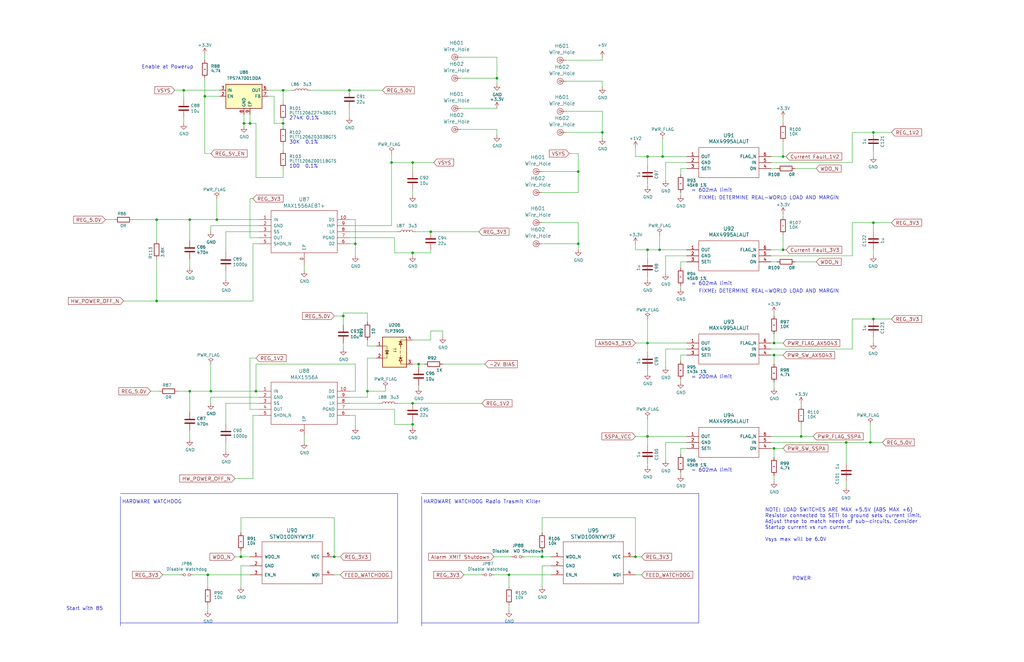
<source format=kicad_sch>
(kicad_sch (version 20230121) (generator eeschema)
  (paper "USLedger")
  (title_block (title "Radiation Tolerant PacSat Communication") (date "2023-06-17") (rev "A") (company "AMSAT-NA") (comment 1 "N5BRG"))
  (junction (at 181.61 97.79))
  (junction (at 228.6 234.95))
  (junction (at 101.6 234.95))
  (junction (at 147.32 38.1))
  (junction (at 140.97 234.95))
  (junction (at 326.39 144.78))
  (junction (at 254 55.88))
  (junction (at 279.4 66.04))
  (junction (at 86.36 40.64))
  (junction (at 173.99 106.68))
  (junction (at 77.47 38.1))
  (junction (at 278.13 105.41))
  (junction (at 66.04 127))
  (junction (at 80.01 165.1))
  (junction (at 267.97 234.95))
  (junction (at 273.05 184.15))
  (junction (at 368.3 134.62))
  (junction (at 88.9 165.1))
  (junction (at 243.84 72.39))
  (junction (at 119.38 52.07))
  (junction (at 102.87 52.07))
  (junction (at 119.38 38.1))
  (junction (at 144.78 133.35))
  (junction (at 149.86 102.87))
  (junction (at 330.2 105.41))
  (junction (at 214.63 242.57))
  (junction (at 105.41 52.07))
  (junction (at 154.94 165.1))
  (junction (at 165.1 68.58))
  (junction (at 173.99 179.07))
  (junction (at 337.82 184.15))
  (junction (at 356.87 186.69))
  (junction (at 330.2 66.04))
  (junction (at 87.63 242.57))
  (junction (at 80.01 92.71))
  (junction (at 368.3 55.88))
  (junction (at 107.95 165.1))
  (junction (at 91.44 92.71))
  (junction (at 173.99 170.18))
  (junction (at 243.84 102.87))
  (junction (at 173.99 68.58))
  (junction (at 273.05 105.41))
  (junction (at 326.39 149.86))
  (junction (at 209.55 33.02))
  (junction (at 66.04 92.71))
  (junction (at 273.05 66.04))
  (junction (at 367.03 186.69))
  (junction (at 368.3 93.98))
  (junction (at 273.05 144.78))
  (junction (at 326.39 189.23))
  (junction (at 176.53 153.67))
  (wire (pts (xy 287.02 81.28) (xy 287.02 82.55)))
  (wire (pts (xy 273.05 176.53) (xy 273.05 184.15)))
  (wire (pts (xy 147.32 172.72) (xy 166.37 172.72)))
  (wire (pts (xy 220.98 234.95) (xy 228.6 234.95)))
  (wire (pts (xy 194.31 54.61) (xy 209.55 54.61)))
  (wire (pts (xy 330.2 66.04) (xy 331.47 66.04)))
  (wire (pts (xy 273.05 156.21) (xy 273.05 157.48)))
  (wire (pts (xy 181.61 143.51) (xy 181.61 139.7)))
  (wire (pts (xy 243.84 64.77) (xy 240.03 64.77)))
  (polyline (pts (xy 50.8 208.28) (xy 167.64 208.28)))
  (wire (pts (xy 107.95 74.93) (xy 119.38 74.93)))
  (wire (pts (xy 95.25 97.79) (xy 95.25 106.68)))
  (wire (pts (xy 186.69 139.7) (xy 186.69 142.24)))
  (wire (pts (xy 359.41 107.95) (xy 359.41 93.98)))
  (wire (pts (xy 119.38 52.07) (xy 119.38 53.34)))
  (wire (pts (xy 359.41 68.58) (xy 359.41 55.88)))
  (wire (pts (xy 166.37 172.72) (xy 166.37 179.07)))
  (wire (pts (xy 66.04 109.22) (xy 66.04 127)))
  (polyline (pts (xy 167.64 262.89) (xy 50.8 262.89)))
  (wire (pts (xy 176.53 153.67) (xy 179.07 153.67)))
  (wire (pts (xy 105.41 100.33) (xy 109.22 100.33)))
  (wire (pts (xy 359.41 134.62) (xy 359.41 147.32)))
  (wire (pts (xy 273.05 184.15) (xy 289.56 184.15)))
  (wire (pts (xy 330.2 49.53) (xy 330.2 52.07)))
  (wire (pts (xy 368.3 93.98) (xy 375.92 93.98)))
  (wire (pts (xy 176.53 153.67) (xy 176.53 154.94)))
  (wire (pts (xy 95.25 114.3) (xy 95.25 118.11)))
  (polyline (pts (xy 294.64 262.89) (xy 177.8 262.89)))
  (wire (pts (xy 154.94 143.51) (xy 154.94 146.05)))
  (wire (pts (xy 77.47 49.53) (xy 77.47 52.07)))
  (wire (pts (xy 228.6 234.95) (xy 232.41 234.95)))
  (wire (pts (xy 144.78 132.08) (xy 144.78 133.35)))
  (wire (pts (xy 337.82 170.18) (xy 337.82 171.45)))
  (wire (pts (xy 115.57 52.07) (xy 119.38 52.07)))
  (wire (pts (xy 287.02 152.4) (xy 287.02 149.86)))
  (wire (pts (xy 81.28 242.57) (xy 87.63 242.57)))
  (wire (pts (xy 115.57 40.64) (xy 115.57 52.07)))
  (wire (pts (xy 147.32 165.1) (xy 149.86 165.1)))
  (wire (pts (xy 99.06 234.95) (xy 101.6 234.95)))
  (wire (pts (xy 279.4 66.04) (xy 289.56 66.04)))
  (wire (pts (xy 105.41 238.76) (xy 101.6 238.76)))
  (wire (pts (xy 335.28 71.12) (xy 344.17 71.12)))
  (wire (pts (xy 119.38 60.96) (xy 119.38 63.5)))
  (wire (pts (xy 101.6 234.95) (xy 105.41 234.95)))
  (wire (pts (xy 181.61 106.68) (xy 173.99 106.68)))
  (wire (pts (xy 109.22 97.79) (xy 95.25 97.79)))
  (wire (pts (xy 209.55 54.61) (xy 209.55 57.15)))
  (wire (pts (xy 368.3 66.04) (xy 368.3 63.5)))
  (wire (pts (xy 140.97 234.95) (xy 143.51 234.95)))
  (wire (pts (xy 44.45 92.71) (xy 48.26 92.71)))
  (wire (pts (xy 109.22 175.26) (xy 106.68 175.26)))
  (wire (pts (xy 368.3 105.41) (xy 368.3 107.95)))
  (wire (pts (xy 273.05 109.22) (xy 273.05 105.41)))
  (wire (pts (xy 254 46.99) (xy 254 55.88)))
  (wire (pts (xy 86.36 40.64) (xy 92.71 40.64)))
  (wire (pts (xy 356.87 186.69) (xy 367.03 186.69)))
  (wire (pts (xy 325.12 66.04) (xy 330.2 66.04)))
  (wire (pts (xy 337.82 184.15) (xy 342.9 184.15)))
  (wire (pts (xy 287.02 191.77) (xy 287.02 189.23)))
  (wire (pts (xy 326.39 200.66) (xy 326.39 203.2)))
  (wire (pts (xy 106.68 201.93) (xy 106.68 175.26)))
  (wire (pts (xy 105.41 48.26) (xy 105.41 52.07)))
  (wire (pts (xy 173.99 80.01) (xy 173.99 82.55)))
  (wire (pts (xy 267.97 62.23) (xy 267.97 66.04)))
  (wire (pts (xy 181.61 105.41) (xy 181.61 106.68)))
  (wire (pts (xy 113.03 40.64) (xy 115.57 40.64)))
  (wire (pts (xy 368.3 55.88) (xy 375.92 55.88)))
  (wire (pts (xy 119.38 50.8) (xy 119.38 52.07)))
  (wire (pts (xy 102.87 52.07) (xy 102.87 53.34)))
  (wire (pts (xy 176.53 162.56) (xy 176.53 163.83)))
  (wire (pts (xy 182.88 68.58) (xy 173.99 68.58)))
  (wire (pts (xy 326.39 144.78) (xy 325.12 144.78)))
  (wire (pts (xy 273.05 148.59) (xy 273.05 144.78)))
  (wire (pts (xy 107.95 74.93) (xy 107.95 52.07)))
  (wire (pts (xy 278.13 105.41) (xy 289.56 105.41)))
  (wire (pts (xy 109.22 167.64) (xy 88.9 167.64)))
  (wire (pts (xy 273.05 134.62) (xy 273.05 144.78)))
  (wire (pts (xy 77.47 38.1) (xy 92.71 38.1)))
  (wire (pts (xy 149.86 102.87) (xy 149.86 107.95)))
  (wire (pts (xy 208.28 242.57) (xy 214.63 242.57)))
  (wire (pts (xy 144.78 132.08) (xy 154.94 132.08)))
  (wire (pts (xy 287.02 199.39) (xy 287.02 200.66)))
  (wire (pts (xy 186.69 153.67) (xy 204.47 153.67)))
  (wire (pts (xy 273.05 69.85) (xy 273.05 66.04)))
  (wire (pts (xy 77.47 41.91) (xy 77.47 38.1)))
  (wire (pts (xy 243.84 102.87) (xy 243.84 105.41)))
  (wire (pts (xy 326.39 132.08) (xy 326.39 133.35)))
  (wire (pts (xy 101.6 218.44) (xy 140.97 218.44)))
  (wire (pts (xy 368.3 134.62) (xy 375.92 134.62)))
  (polyline (pts (xy 177.8 208.28) (xy 294.64 208.28)))
  (wire (pts (xy 330.2 66.04) (xy 330.2 59.69)))
  (wire (pts (xy 95.25 186.69) (xy 95.25 190.5)))
  (wire (pts (xy 325.12 184.15) (xy 337.82 184.15)))
  (wire (pts (xy 173.99 72.39) (xy 173.99 68.58)))
  (wire (pts (xy 273.05 195.58) (xy 273.05 196.85)))
  (wire (pts (xy 149.86 92.71) (xy 149.86 102.87)))
  (wire (pts (xy 80.01 165.1) (xy 88.9 165.1)))
  (wire (pts (xy 173.99 143.51) (xy 181.61 143.51)))
  (wire (pts (xy 86.36 22.86) (xy 86.36 25.4)))
  (wire (pts (xy 326.39 149.86) (xy 326.39 153.67)))
  (wire (pts (xy 173.99 179.07) (xy 173.99 180.34)))
  (wire (pts (xy 106.68 102.87) (xy 109.22 102.87)))
  (wire (pts (xy 356.87 195.58) (xy 356.87 186.69)))
  (wire (pts (xy 66.04 92.71) (xy 66.04 101.6)))
  (wire (pts (xy 273.05 144.78) (xy 289.56 144.78)))
  (wire (pts (xy 80.01 92.71) (xy 80.01 101.6)))
  (wire (pts (xy 287.02 160.02) (xy 287.02 161.29)))
  (wire (pts (xy 144.78 144.78) (xy 144.78 147.32)))
  (wire (pts (xy 130.81 38.1) (xy 147.32 38.1)))
  (wire (pts (xy 287.02 73.66) (xy 287.02 71.12)))
  (wire (pts (xy 165.1 95.25) (xy 165.1 68.58)))
  (wire (pts (xy 95.25 170.18) (xy 95.25 179.07)))
  (wire (pts (xy 162.56 163.83) (xy 162.56 165.1)))
  (wire (pts (xy 76.2 242.57) (xy 68.58 242.57)))
  (wire (pts (xy 88.9 165.1) (xy 107.95 165.1)))
  (wire (pts (xy 326.39 161.29) (xy 326.39 163.83)))
  (wire (pts (xy 147.32 102.87) (xy 149.86 102.87)))
  (wire (pts (xy 87.63 255.27) (xy 87.63 257.81)))
  (wire (pts (xy 267.97 66.04) (xy 273.05 66.04)))
  (wire (pts (xy 209.55 24.13) (xy 209.55 33.02)))
  (wire (pts (xy 267.97 218.44) (xy 267.97 234.95)))
  (wire (pts (xy 105.41 151.13) (xy 107.95 151.13)))
  (wire (pts (xy 173.99 153.67) (xy 176.53 153.67)))
  (wire (pts (xy 287.02 110.49) (xy 289.56 110.49)))
  (wire (pts (xy 105.41 52.07) (xy 107.95 52.07)))
  (wire (pts (xy 119.38 71.12) (xy 119.38 74.93)))
  (wire (pts (xy 368.3 144.78) (xy 368.3 142.24)))
  (wire (pts (xy 154.94 151.13) (xy 154.94 165.1)))
  (wire (pts (xy 102.87 48.26) (xy 102.87 52.07)))
  (wire (pts (xy 167.64 170.18) (xy 173.99 170.18)))
  (wire (pts (xy 113.03 38.1) (xy 119.38 38.1)))
  (wire (pts (xy 330.2 105.41) (xy 331.47 105.41)))
  (wire (pts (xy 107.95 153.67) (xy 107.95 165.1)))
  (wire (pts (xy 147.32 45.72) (xy 147.32 49.53)))
  (wire (pts (xy 86.36 33.02) (xy 86.36 40.64)))
  (wire (pts (xy 289.56 68.58) (xy 280.67 68.58)))
  (wire (pts (xy 273.05 105.41) (xy 278.13 105.41)))
  (wire (pts (xy 128.27 184.15) (xy 128.27 186.69)))
  (wire (pts (xy 173.99 177.8) (xy 173.99 179.07)))
  (wire (pts (xy 106.68 127) (xy 106.68 102.87)))
  (wire (pts (xy 267.97 184.15) (xy 273.05 184.15)))
  (wire (pts (xy 149.86 175.26) (xy 149.86 180.34)))
  (wire (pts (xy 238.76 55.88) (xy 254 55.88)))
  (wire (pts (xy 228.6 238.76) (xy 228.6 247.65)))
  (wire (pts (xy 80.01 109.22) (xy 80.01 113.03)))
  (wire (pts (xy 74.93 165.1) (xy 80.01 165.1)))
  (wire (pts (xy 287.02 71.12) (xy 289.56 71.12)))
  (wire (pts (xy 175.26 97.79) (xy 181.61 97.79)))
  (wire (pts (xy 209.55 33.02) (xy 209.55 35.56)))
  (wire (pts (xy 359.41 93.98) (xy 368.3 93.98)))
  (wire (pts (xy 154.94 146.05) (xy 158.75 146.05)))
  (wire (pts (xy 88.9 95.25) (xy 88.9 97.79)))
  (wire (pts (xy 254 34.29) (xy 254 36.83)))
  (wire (pts (xy 368.3 93.98) (xy 368.3 97.79)))
  (wire (pts (xy 173.99 106.68) (xy 173.99 107.95)))
  (wire (pts (xy 147.32 97.79) (xy 167.64 97.79)))
  (wire (pts (xy 238.76 25.4) (xy 254 25.4)))
  (wire (pts (xy 287.02 120.65) (xy 287.02 121.92)))
  (wire (pts (xy 273.05 66.04) (xy 279.4 66.04)))
  (wire (pts (xy 228.6 224.79) (xy 228.6 218.44)))
  (wire (pts (xy 367.03 186.69) (xy 372.11 186.69)))
  (wire (pts (xy 254 55.88) (xy 254 58.42)))
  (wire (pts (xy 287.02 189.23) (xy 289.56 189.23)))
  (wire (pts (xy 330.2 105.41) (xy 330.2 99.06)))
  (wire (pts (xy 243.84 72.39) (xy 243.84 81.28)))
  (wire (pts (xy 267.97 234.95) (xy 270.51 234.95)))
  (polyline (pts (xy 50.8 264.16) (xy 50.8 209.55)))
  (wire (pts (xy 243.84 93.98) (xy 243.84 102.87)))
  (wire (pts (xy 228.6 93.98) (xy 243.84 93.98)))
  (wire (pts (xy 359.41 147.32) (xy 325.12 147.32)))
  (wire (pts (xy 87.63 242.57) (xy 87.63 247.65)))
  (wire (pts (xy 105.41 83.82) (xy 106.68 83.82)))
  (wire (pts (xy 273.05 187.96) (xy 273.05 184.15)))
  (wire (pts (xy 109.22 170.18) (xy 95.25 170.18)))
  (wire (pts (xy 166.37 106.68) (xy 173.99 106.68)))
  (wire (pts (xy 214.63 255.27) (xy 214.63 257.81)))
  (wire (pts (xy 80.01 92.71) (xy 91.44 92.71)))
  (wire (pts (xy 228.6 102.87) (xy 243.84 102.87)))
  (wire (pts (xy 86.36 64.77) (xy 86.36 40.64)))
  (wire (pts (xy 140.97 242.57) (xy 143.51 242.57)))
  (wire (pts (xy 326.39 149.86) (xy 330.2 149.86)))
  (wire (pts (xy 325.12 149.86) (xy 326.39 149.86)))
  (wire (pts (xy 194.31 45.72) (xy 209.55 45.72)))
  (wire (pts (xy 238.76 46.99) (xy 254 46.99)))
  (wire (pts (xy 91.44 92.71) (xy 109.22 92.71)))
  (wire (pts (xy 325.12 71.12) (xy 327.66 71.12)))
  (wire (pts (xy 105.41 83.82) (xy 105.41 100.33)))
  (wire (pts (xy 147.32 95.25) (xy 165.1 95.25)))
  (wire (pts (xy 335.28 110.49) (xy 344.17 110.49)))
  (wire (pts (xy 267.97 144.78) (xy 273.05 144.78)))
  (wire (pts (xy 147.32 170.18) (xy 160.02 170.18)))
  (wire (pts (xy 267.97 105.41) (xy 273.05 105.41)))
  (wire (pts (xy 367.03 179.07) (xy 367.03 186.69)))
  (wire (pts (xy 88.9 153.67) (xy 88.9 165.1)))
  (wire (pts (xy 214.63 242.57) (xy 232.41 242.57)))
  (wire (pts (xy 66.04 92.71) (xy 80.01 92.71)))
  (wire (pts (xy 325.12 105.41) (xy 330.2 105.41)))
  (wire (pts (xy 88.9 64.77) (xy 86.36 64.77)))
  (wire (pts (xy 166.37 100.33) (xy 166.37 106.68)))
  (wire (pts (xy 119.38 38.1) (xy 119.38 43.18)))
  (wire (pts (xy 273.05 77.47) (xy 273.05 78.74)))
  (wire (pts (xy 88.9 167.64) (xy 88.9 170.18)))
  (wire (pts (xy 330.2 90.17) (xy 330.2 91.44)))
  (wire (pts (xy 109.22 95.25) (xy 88.9 95.25)))
  (wire (pts (xy 280.67 147.32) (xy 280.67 154.94)))
  (wire (pts (xy 289.56 107.95) (xy 280.67 107.95)))
  (wire (pts (xy 267.97 102.87) (xy 267.97 105.41)))
  (wire (pts (xy 147.32 38.1) (xy 161.29 38.1)))
  (wire (pts (xy 228.6 81.28) (xy 243.84 81.28)))
  (wire (pts (xy 165.1 68.58) (xy 173.99 68.58)))
  (wire (pts (xy 154.94 165.1) (xy 154.94 167.64)))
  (wire (pts (xy 359.41 134.62) (xy 368.3 134.62)))
  (wire (pts (xy 105.41 172.72) (xy 105.41 151.13)))
  (wire (pts (xy 325.12 189.23) (xy 326.39 189.23)))
  (wire (pts (xy 325.12 110.49) (xy 327.66 110.49)))
  (polyline (pts (xy 167.64 208.28) (xy 167.64 262.89)))
  (wire (pts (xy 254 24.13) (xy 254 25.4)))
  (wire (pts (xy 326.39 193.04) (xy 326.39 189.23)))
  (wire (pts (xy 289.56 186.69) (xy 280.67 186.69)))
  (wire (pts (xy 273.05 116.84) (xy 273.05 118.11)))
  (wire (pts (xy 287.02 149.86) (xy 289.56 149.86)))
  (wire (pts (xy 232.41 238.76) (xy 228.6 238.76)))
  (wire (pts (xy 52.07 127) (xy 66.04 127)))
  (wire (pts (xy 101.6 232.41) (xy 101.6 234.95)))
  (wire (pts (xy 326.39 140.97) (xy 326.39 144.78)))
  (wire (pts (xy 87.63 242.57) (xy 105.41 242.57)))
  (wire (pts (xy 194.31 24.13) (xy 209.55 24.13)))
  (wire (pts (xy 147.32 92.71) (xy 149.86 92.71)))
  (wire (pts (xy 109.22 172.72) (xy 105.41 172.72)))
  (polyline (pts (xy 177.8 264.16) (xy 177.8 209.55)))
  (wire (pts (xy 181.61 139.7) (xy 186.69 139.7)))
  (wire (pts (xy 325.12 186.69) (xy 356.87 186.69)))
  (wire (pts (xy 359.41 55.88) (xy 368.3 55.88)))
  (wire (pts (xy 166.37 179.07) (xy 173.99 179.07)))
  (wire (pts (xy 289.56 147.32) (xy 280.67 147.32)))
  (wire (pts (xy 243.84 64.77) (xy 243.84 72.39)))
  (wire (pts (xy 101.6 224.79) (xy 101.6 218.44)))
  (wire (pts (xy 214.63 242.57) (xy 214.63 247.65)))
  (wire (pts (xy 356.87 205.74) (xy 356.87 203.2)))
  (wire (pts (xy 325.12 107.95) (xy 359.41 107.95)))
  (wire (pts (xy 144.78 133.35) (xy 140.97 133.35)))
  (wire (pts (xy 267.97 242.57) (xy 270.51 242.57)))
  (wire (pts (xy 66.04 127) (xy 106.68 127)))
  (wire (pts (xy 173.99 170.18) (xy 203.2 170.18)))
  (wire (pts (xy 147.32 167.64) (xy 154.94 167.64)))
  (wire (pts (xy 102.87 52.07) (xy 105.41 52.07)))
  (wire (pts (xy 330.2 144.78) (xy 326.39 144.78)))
  (wire (pts (xy 287.02 113.03) (xy 287.02 110.49)))
  (wire (pts (xy 154.94 132.08) (xy 154.94 135.89)))
  (wire (pts (xy 326.39 189.23) (xy 330.2 189.23)))
  (wire (pts (xy 337.82 179.07) (xy 337.82 184.15)))
  (wire (pts (xy 80.01 165.1) (xy 80.01 173.99)))
  (wire (pts (xy 165.1 64.77) (xy 165.1 68.58)))
  (wire (pts (xy 147.32 175.26) (xy 149.86 175.26)))
  (wire (pts (xy 228.6 218.44) (xy 267.97 218.44)))
  (wire (pts (xy 119.38 38.1) (xy 123.19 38.1)))
  (wire (pts (xy 149.86 153.67) (xy 107.95 153.67)))
  (wire (pts (xy 128.27 111.76) (xy 128.27 114.3)))
  (wire (pts (xy 278.13 99.06) (xy 278.13 105.41)))
  (wire (pts (xy 144.78 137.16) (xy 144.78 133.35)))
  (wire (pts (xy 280.67 186.69) (xy 280.67 194.31)))
  (wire (pts (xy 280.67 68.58) (xy 280.67 76.2)))
  (wire (pts (xy 228.6 232.41) (xy 228.6 234.95)))
  (wire (pts (xy 55.88 92.71) (xy 66.04 92.71)))
  (wire (pts (xy 158.75 151.13) (xy 154.94 151.13)))
  (wire (pts (xy 149.86 165.1) (xy 149.86 153.67)))
  (wire (pts (xy 91.44 83.82) (xy 91.44 92.71)))
  (wire (pts (xy 101.6 238.76) (xy 101.6 247.65)))
  (wire (pts (xy 279.4 58.42) (xy 279.4 66.04)))
  (wire (pts (xy 325.12 68.58) (xy 359.41 68.58)))
  (wire (pts (xy 147.32 100.33) (xy 166.37 100.33)))
  (wire (pts (xy 77.47 38.1) (xy 73.66 38.1)))
  (wire (pts (xy 228.6 72.39) (xy 243.84 72.39)))
  (wire (pts (xy 63.5 165.1) (xy 67.31 165.1)))
  (wire (pts (xy 194.31 33.02) (xy 209.55 33.02)))
  (wire (pts (xy 107.95 165.1) (xy 109.22 165.1)))
  (wire (pts (xy 208.28 234.95) (xy 215.9 234.95)))
  (wire (pts (xy 181.61 97.79) (xy 201.93 97.79)))
  (polyline (pts (xy 294.64 208.28) (xy 294.64 262.89)))
  (wire (pts (xy 140.97 218.44) (xy 140.97 234.95)))
  (wire (pts (xy 80.01 181.61) (xy 80.01 185.42)))
  (wire (pts (xy 154.94 165.1) (xy 162.56 165.1)))
  (wire (pts (xy 99.06 201.93) (xy 106.68 201.93)))
  (wire (pts (xy 280.67 107.95) (xy 280.67 115.57)))
  (wire (pts (xy 238.76 34.29) (xy 254 34.29)))
  (wire (pts (xy 203.2 242.57) (xy 195.58 242.57)))
  (text "= 200mA limit" (at 291.465 160.02 0) (effects (font (size 1.524 1.524)) (justify left bottom)))
  (text "FIXME: DETERMINE REAL-WORLD LOAD AND MARGIN" (at 294.64 84.455 0) (effects (font (size 1.524 1.524)) (justify left bottom)))
  (text "Start with 85" (at 27.94 257.81 0) (effects (font (size 1.524 1.524)) (justify left bottom)))
  (text "30K  0.1%" (at 121.92 60.96 0) (effects (font (size 1.524 1.524)) (justify left bottom)))
  (text "274K 0.1%" (at 121.92 50.8 0) (effects (font (size 1.524 1.524)) (justify left bottom)))
  (text "NOTE: LOAD SWITCHES ARE MAX +5.5V (ABS MAX +6)\nResistor connected to SETI to ground sets current limit.\nAdjust these to match needs of sub-circuits. Consider\nStartup current vs run current.\n" (at 322.58 223.52 0) (effects (font (size 1.524 1.524)) (justify left bottom)))
  (text "HARDWARE WATCHDOG" (at 51.435 212.725 0) (effects (font (size 1.524 1.524)) (justify left bottom)))
  (text "100  0.1%" (at 121.92 71.12 0) (effects (font (size 1.524 1.524)) (justify left bottom)))
  (text "FIXME: DETERMINE REAL-WORLD LOAD AND MARGIN" (at 294.64 123.825 0) (effects (font (size 1.524 1.524)) (justify left bottom)))
  (text "Vsys max will be 6.0V" (at 322.58 228.6 0) (effects (font (size 1.524 1.524)) (justify left bottom)))
  (text "HARDWARE WATCHDOG Radio Trasmit Killer" (at 178.435 212.725 0) (effects (font (size 1.524 1.524)) (justify left bottom)))
  (text "= 602mA limit" (at 291.465 120.65 0) (effects (font (size 1.524 1.524)) (justify left bottom)))
  (text "Enable at Powerup" (at 59.69 29.21 0) (effects (font (size 1.524 1.524)) (justify left bottom)))
  (text "= 602mA limit" (at 291.465 81.28 0) (effects (font (size 1.524 1.524)) (justify left bottom)))
  (text "POWER" (at 334.01 245.11 0) (effects (font (size 1.524 1.524)) (justify left bottom)))
  (text "= 602mA limit" (at 291.465 199.39 0) (effects (font (size 1.524 1.524)) (justify left bottom)))
  (global_label "HW_POWER_OFF_N" (shape input) (at 99.06 201.93 180) (effects (font (size 1.524 1.524))) (property "Intersheetrefs" "${INTERSHEET_REFS}" (effects hide)))
  (global_label "HW_POWER_OFF_N" (shape input) (at 52.07 127 180) (effects (font (size 1.524 1.524))) (property "Intersheetrefs" "${INTERSHEET_REFS}" (effects hide)))
  (global_label "PWR_FLAG_AX5043" (shape input) (at 330.2 144.78 0) (effects (font (size 1.524 1.524))) (property "Intersheetrefs" "${INTERSHEET_REFS}" (effects hide)))
  (global_label "-2V BIAS" (shape input) (at 204.47 153.67 0) (effects (font (size 1.524 1.524))) (property "Intersheetrefs" "${INTERSHEET_REFS}" (effects hide)))
  (global_label "VSYS" (shape input) (at 182.88 68.58 0) (effects (font (size 1.524 1.524))) (property "Intersheetrefs" "${INTERSHEET_REFS}" (effects hide)))
  (global_label "WDO_N" (shape input) (at 344.17 110.49 0) (effects (font (size 1.524 1.524))) (property "Intersheetrefs" "${INTERSHEET_REFS}" (effects hide)))
  (global_label "REG_5.0V" (shape input) (at 63.5 165.1 180) (effects (font (size 1.524 1.524))) (property "Intersheetrefs" "${INTERSHEET_REFS}" (effects hide)))
  (global_label "WDO_N" (shape input) (at 99.06 234.95 180) (effects (font (size 1.524 1.524))) (property "Intersheetrefs" "${INTERSHEET_REFS}" (effects hide)))
  (global_label "REG_3V3" (shape input) (at 270.51 234.95 0) (effects (font (size 1.524 1.524))) (property "Intersheetrefs" "${INTERSHEET_REFS}" (effects hide)))
  (global_label "REG_3V3" (shape input) (at 68.58 242.57 180) (effects (font (size 1.524 1.524))) (property "Intersheetrefs" "${INTERSHEET_REFS}" (effects hide)))
  (global_label "PWR_SW_SSPA" (shape input) (at 330.2 189.23 0) (effects (font (size 1.524 1.524))) (property "Intersheetrefs" "${INTERSHEET_REFS}" (effects hide)))
  (global_label "REG_1V2" (shape input) (at 107.95 151.13 0) (effects (font (size 1.524 1.524))) (property "Intersheetrefs" "${INTERSHEET_REFS}" (effects hide)))
  (global_label "REG_3V3" (shape input) (at 201.93 97.79 0) (effects (font (size 1.524 1.524))) (property "Intersheetrefs" "${INTERSHEET_REFS}" (effects hide)))
  (global_label "WDO_N" (shape input) (at 344.17 71.12 0) (effects (font (size 1.524 1.524))) (property "Intersheetrefs" "${INTERSHEET_REFS}" (effects hide)))
  (global_label "REG_1V2" (shape input) (at 203.2 170.18 0) (effects (font (size 1.524 1.524))) (property "Intersheetrefs" "${INTERSHEET_REFS}" (effects hide)))
  (global_label "Current Fault_1V2" (shape input) (at 331.47 66.04 0) (effects (font (size 1.524 1.524))) (property "Intersheetrefs" "${INTERSHEET_REFS}" (effects hide)))
  (global_label "SSPA_VCC" (shape input) (at 267.97 184.15 180) (effects (font (size 1.524 1.524))) (property "Intersheetrefs" "${INTERSHEET_REFS}" (effects hide)))
  (global_label "FEED_WATCHDOG" (shape input) (at 270.51 242.57 0) (effects (font (size 1.524 1.524))) (property "Intersheetrefs" "${INTERSHEET_REFS}" (effects hide)))
  (global_label "REG_3V3" (shape input) (at 143.51 234.95 0) (effects (font (size 1.524 1.524))) (property "Intersheetrefs" "${INTERSHEET_REFS}" (effects hide)))
  (global_label "PWR_FLAG_SSPA" (shape input) (at 342.9 184.15 0) (effects (font (size 1.524 1.524))) (property "Intersheetrefs" "${INTERSHEET_REFS}" (effects hide)))
  (global_label "AX5043_3V3" (shape input) (at 267.97 144.78 180) (effects (font (size 1.524 1.524))) (property "Intersheetrefs" "${INTERSHEET_REFS}" (effects hide)))
  (global_label "REG_5V_EN" (shape input) (at 88.9 64.77 0) (effects (font (size 1.524 1.524))) (property "Intersheetrefs" "${INTERSHEET_REFS}" (effects hide)))
  (global_label "REG_3V3" (shape input) (at 106.68 83.82 0) (effects (font (size 1.524 1.524))) (property "Intersheetrefs" "${INTERSHEET_REFS}" (effects hide)))
  (global_label "VSYS" (shape input) (at 73.66 38.1 180) (effects (font (size 1.524 1.524))) (property "Intersheetrefs" "${INTERSHEET_REFS}" (effects hide)))
  (global_label "Current Fault_3V3" (shape input) (at 331.47 105.41 0) (effects (font (size 1.524 1.524))) (property "Intersheetrefs" "${INTERSHEET_REFS}" (effects hide)))
  (global_label "REG_1V2" (shape input) (at 375.92 55.88 0) (effects (font (size 1.524 1.524))) (property "Intersheetrefs" "${INTERSHEET_REFS}" (effects hide)))
  (global_label "PWR_SW_AX5043" (shape input) (at 330.2 149.86 0) (effects (font (size 1.524 1.524))) (property "Intersheetrefs" "${INTERSHEET_REFS}" (effects hide)))
  (global_label "REG_3V3" (shape input) (at 375.92 134.62 0) (effects (font (size 1.524 1.524))) (property "Intersheetrefs" "${INTERSHEET_REFS}" (effects hide)))
  (global_label "REG_3V3" (shape input) (at 195.58 242.57 180) (effects (font (size 1.524 1.524))) (property "Intersheetrefs" "${INTERSHEET_REFS}" (effects hide)))
  (global_label "FEED_WATCHDOG" (shape input) (at 143.51 242.57 0) (effects (font (size 1.524 1.524))) (property "Intersheetrefs" "${INTERSHEET_REFS}" (effects hide)))
  (global_label "REG_5.0V" (shape input) (at 140.97 133.35 180) (effects (font (size 1.524 1.524))) (property "Intersheetrefs" "${INTERSHEET_REFS}" (effects hide)))
  (global_label "REG_3V3" (shape input) (at 375.92 93.98 0) (effects (font (size 1.524 1.524))) (property "Intersheetrefs" "${INTERSHEET_REFS}" (effects hide)))
  (global_label "REG_5.0V" (shape input) (at 44.45 92.71 180) (effects (font (size 1.524 1.524))) (property "Intersheetrefs" "${INTERSHEET_REFS}" (effects hide)))
  (global_label "VSYS" (shape input) (at 240.03 64.77 180) (effects (font (size 1.524 1.524))) (property "Intersheetrefs" "${INTERSHEET_REFS}" (effects hide)))
  (global_label "Alarm XMIT Shutdown" (shape input) (at 208.28 234.95 180) (effects (font (size 1.524 1.524))) (property "Intersheetrefs" "${INTERSHEET_REFS}" (effects hide)))
  (global_label "REG_5.0V" (shape input) (at 372.11 186.69 0) (effects (font (size 1.524 1.524))) (property "Intersheetrefs" "${INTERSHEET_REFS}" (effects hide)))
  (global_label "REG_5.0V" (shape input) (at 161.29 38.1 0) (effects (font (size 1.524 1.524))) (property "Intersheetrefs" "${INTERSHEET_REFS}" (effects hide)))
  (symbol (lib_id "Device:L") (at 171.45 97.79 90) (unit 1)
    (property "Reference" "L87" (at 168.91 95.25 90))
    (property "Value" "3u3" (at 173.99 95.25 90))
    (property "Footprint" "Inductor_SMD:L_1210_3225Metric_Pad1.42x2.65mm_HandSolder" (effects hide))
  )
  (symbol (lib_id "Device:C") (at 181.61 101.6 0) (unit 1)
    (property "Reference" "C94" (at 184.531 100.4316 0) (effects (justify left)))
    (property "Value" "22u" (at 184.531 102.743 0) (effects (justify left)))
    (property "Footprint" "Capacitor_SMD:C_2220_5650Metric_Pad1.97x5.40mm_HandSolder" (effects hide))
  )
  (symbol (lib_id "Device:C") (at 80.01 105.41 0) (unit 1)
    (property "Reference" "C86" (at 82.931 104.2416 0) (effects (justify left)))
    (property "Value" "470n" (at 82.931 106.553 0) (effects (justify left)))
    (property "Footprint" "Capacitor_SMD:C_0603_1608Metric_Pad1.08x0.95mm_HandSolder" (effects hide))
  )
  (symbol (lib_id "power:GND") (at 80.01 113.03 0) (unit 1)
    (property "Reference" "#PWR088" (effects hide))
    (property "Value" "GND" (at 80.137 117.4242 0))
  )
  (symbol (lib_id "Device:C") (at 173.99 76.2 0) (unit 1)
    (property "Reference" "C92" (at 176.911 75.0316 0) (effects (justify left)))
    (property "Value" "10u" (at 176.911 77.343 0) (effects (justify left)))
    (property "Footprint" "Capacitor_SMD:C_1206_3216Metric_Pad1.33x1.80mm_HandSolder" (effects hide))
  )
  (symbol (lib_id "power:GND") (at 173.99 82.55 0) (unit 1)
    (property "Reference" "#PWR0111" (effects hide))
    (property "Value" "GND" (at 174.117 86.9442 0))
  )
  (symbol (lib_id "power:GND") (at 173.99 107.95 0) (unit 1)
    (property "Reference" "#PWR0115" (effects hide))
    (property "Value" "GND" (at 174.117 112.3442 0))
  )
  (symbol (lib_id "power:GND") (at 280.67 154.94 0) (unit 1)
    (property "Reference" "#PWR0135" (effects hide))
    (property "Value" "GND" (at 280.797 159.3342 0))
  )
  (symbol (lib_id "Device:C") (at 368.3 138.43 0) (mirror y) (unit 1)
    (property "Reference" "C123" (at 372.11 138.43 90))
    (property "Value" "1u" (at 364.49 138.43 90))
    (property "Footprint" "Capacitor_SMD:C_0805_2012Metric_Pad1.18x1.45mm_HandSolder" (effects hide))
    (property "Datasheet" "~" (at 368.3 138.43 0))
  )
  (symbol (lib_id "power:GND") (at 368.3 144.78 0) (mirror y) (unit 1)
    (property "Reference" "#PWR0190" (effects hide))
    (property "Value" "GND" (at 368.173 149.1742 0))
  )
  (symbol (lib_id "power:GND") (at 356.87 205.74 0) (mirror y) (unit 1)
    (property "Reference" "#PWR0187" (effects hide))
    (property "Value" "GND" (at 356.743 210.1342 0))
  )
  (symbol (lib_id "Device:C") (at 356.87 199.39 0) (mirror y) (unit 1)
    (property "Reference" "C101" (at 353.06 201.93 90))
    (property "Value" "1u" (at 353.06 196.85 90))
    (property "Footprint" "Capacitor_SMD:C_0805_2012Metric_Pad1.18x1.45mm_HandSolder" (effects hide))
    (property "Datasheet" "~" (at 356.87 199.39 0))
  )
  (symbol (lib_id "PACSAT_ICs:MAX1556A") (at 128.27 97.79 0) (unit 1)
    (property "Reference" "U87" (at 128.27 84.1502 0) (effects (font (size 1.524 1.524))))
    (property "Value" "MAX1556AEBT+" (at 128.27 86.8426 0) (effects (font (size 1.524 1.524))))
    (property "Footprint" "PacSatDev_maxim:TDFN_T1033_1" (effects hide))
  )
  (symbol (lib_id "Device:R") (at 52.07 92.71 90) (unit 1)
    (property "Reference" "R86" (at 53.34 90.17 90) (effects (justify left)))
    (property "Value" "0R" (at 53.34 95.25 90) (effects (justify left)))
    (property "Footprint" "Resistor_SMD:R_0603_1608Metric_Pad0.98x0.95mm_HandSolder" (effects hide))
  )
  (symbol (lib_id "Device:C") (at 95.25 110.49 0) (unit 1)
    (property "Reference" "C89" (at 98.171 109.3216 0) (effects (justify left)))
    (property "Value" "1000p" (at 98.171 111.633 0) (effects (justify left)))
    (property "Footprint" "Capacitor_SMD:C_0603_1608Metric_Pad1.08x0.95mm_HandSolder" (effects hide))
  )
  (symbol (lib_id "power:GND") (at 95.25 118.11 0) (unit 1)
    (property "Reference" "#PWR098" (effects hide))
    (property "Value" "GND" (at 95.377 122.5042 0))
  )
  (symbol (lib_id "power:GND") (at 88.9 97.79 0) (unit 1)
    (property "Reference" "#PWR096" (effects hide))
    (property "Value" "GND" (at 89.027 102.1842 0))
  )
  (symbol (lib_id "power:GND") (at 128.27 114.3 0) (unit 1)
    (property "Reference" "#PWR0108" (effects hide))
    (property "Value" "GND" (at 128.397 118.6942 0))
  )
  (symbol (lib_id "power:GND") (at 149.86 107.95 0) (unit 1)
    (property "Reference" "#PWR0113" (effects hide))
    (property "Value" "GND" (at 149.987 112.3442 0))
  )
  (symbol (lib_id "Device:L") (at 163.83 170.18 90) (unit 1)
    (property "Reference" "L88" (at 161.29 167.64 90))
    (property "Value" "3u3" (at 166.37 167.64 90))
    (property "Footprint" "Inductor_SMD:L_1210_3225Metric_Pad1.42x2.65mm_HandSolder" (effects hide))
  )
  (symbol (lib_id "Device:C") (at 173.99 173.99 0) (unit 1)
    (property "Reference" "C95" (at 176.911 172.8216 0) (effects (justify left)))
    (property "Value" "22u" (at 176.911 175.133 0) (effects (justify left)))
    (property "Footprint" "Capacitor_SMD:C_2220_5650Metric_Pad1.97x5.40mm_HandSolder" (effects hide))
  )
  (symbol (lib_id "Device:C") (at 80.01 177.8 0) (unit 1)
    (property "Reference" "C87" (at 82.931 176.6316 0) (effects (justify left)))
    (property "Value" "470n" (at 82.931 178.943 0) (effects (justify left)))
    (property "Footprint" "Capacitor_SMD:C_0603_1608Metric_Pad1.08x0.95mm_HandSolder" (effects hide))
  )
  (symbol (lib_id "power:GND") (at 80.01 185.42 0) (unit 1)
    (property "Reference" "#PWR092" (effects hide))
    (property "Value" "GND" (at 80.137 189.8142 0))
  )
  (symbol (lib_id "Device:C") (at 144.78 140.97 0) (unit 1)
    (property "Reference" "C93" (at 147.701 139.8016 0) (effects (justify left)))
    (property "Value" "10u" (at 147.701 142.113 0) (effects (justify left)))
    (property "Footprint" "Capacitor_SMD:C_2220_5650Metric_Pad1.97x5.40mm_HandSolder" (effects hide))
  )
  (symbol (lib_id "power:GND") (at 144.78 147.32 0) (unit 1)
    (property "Reference" "#PWR0112" (effects hide))
    (property "Value" "GND" (at 144.907 151.7142 0))
  )
  (symbol (lib_id "power:GND") (at 173.99 180.34 0) (unit 1)
    (property "Reference" "#PWR0116" (effects hide))
    (property "Value" "GND" (at 174.117 184.7342 0))
  )
  (symbol (lib_id "PACSAT_ICs:MAX1556A") (at 128.27 170.18 0) (unit 1)
    (property "Reference" "U88" (at 128.27 156.5402 0) (effects (font (size 1.524 1.524))))
    (property "Value" "MAX1556A" (at 128.27 159.2326 0) (effects (font (size 1.524 1.524))))
    (property "Footprint" "PacSatDev_maxim:TDFN_T1033_1" (effects hide))
  )
  (symbol (lib_id "Device:R") (at 71.12 165.1 90) (unit 1)
    (property "Reference" "R87" (at 72.39 162.56 90) (effects (justify left)))
    (property "Value" "0R" (at 72.39 167.64 90) (effects (justify left)))
    (property "Footprint" "Resistor_SMD:R_0603_1608Metric_Pad0.98x0.95mm_HandSolder" (effects hide))
  )
  (symbol (lib_id "Device:C") (at 95.25 182.88 0) (unit 1)
    (property "Reference" "C90" (at 98.171 181.7116 0) (effects (justify left)))
    (property "Value" "1000p" (at 98.171 184.023 0) (effects (justify left)))
    (property "Footprint" "Capacitor_SMD:C_0603_1608Metric_Pad1.08x0.95mm_HandSolder" (effects hide))
  )
  (symbol (lib_id "power:GND") (at 95.25 190.5 0) (unit 1)
    (property "Reference" "#PWR099" (effects hide))
    (property "Value" "GND" (at 95.377 194.8942 0))
  )
  (symbol (lib_id "power:GND") (at 88.9 170.18 0) (unit 1)
    (property "Reference" "#PWR097" (effects hide))
    (property "Value" "GND" (at 89.027 174.5742 0))
  )
  (symbol (lib_id "power:GND") (at 128.27 186.69 0) (unit 1)
    (property "Reference" "#PWR0109" (effects hide))
    (property "Value" "GND" (at 128.397 191.0842 0))
  )
  (symbol (lib_id "power:GND") (at 149.86 180.34 0) (unit 1)
    (property "Reference" "#PWR0114" (effects hide))
    (property "Value" "GND" (at 149.987 184.7342 0))
  )
  (symbol (lib_id "Device:R") (at 287.02 156.21 0) (unit 1)
    (property "Reference" "R95" (at 289.56 154.94 0) (effects (justify left)))
    (property "Value" "143k 1%" (at 289.56 156.845 0) (effects (justify left)))
    (property "Footprint" "Resistor_SMD:R_0603_1608Metric_Pad0.98x0.95mm_HandSolder" (effects hide))
    (property "Datasheet" "~" (at 287.02 156.21 0))
  )
  (symbol (lib_id "power:GND") (at 287.02 161.29 0) (unit 1)
    (property "Reference" "#PWR0139" (effects hide))
    (property "Value" "GND" (at 287.147 165.6842 0))
  )
  (symbol (lib_id "power:GND") (at 280.67 194.31 0) (unit 1)
    (property "Reference" "#PWR0136" (effects hide))
    (property "Value" "GND" (at 280.797 198.7042 0))
  )
  (symbol (lib_id "Device:R") (at 287.02 195.58 0) (unit 1)
    (property "Reference" "R96" (at 289.56 194.31 0) (effects (justify left)))
    (property "Value" "45k8 1%" (at 289.56 196.215 0) (effects (justify left)))
    (property "Footprint" "Resistor_SMD:R_0603_1608Metric_Pad0.98x0.95mm_HandSolder" (effects hide))
    (property "Datasheet" "~" (at 287.02 195.58 0))
  )
  (symbol (lib_id "power:GND") (at 287.02 200.66 0) (unit 1)
    (property "Reference" "#PWR0162" (effects hide))
    (property "Value" "GND" (at 287.147 205.0542 0))
  )
  (symbol (lib_id "Device:C") (at 273.05 152.4 0) (mirror y) (unit 1)
    (property "Reference" "C99" (at 276.86 152.4 90))
    (property "Value" "1u" (at 269.24 152.4 90))
    (property "Footprint" "Capacitor_SMD:C_0805_2012Metric_Pad1.18x1.45mm_HandSolder" (effects hide))
    (property "Datasheet" "~" (at 273.05 152.4 0))
  )
  (symbol (lib_id "power:GND") (at 273.05 157.48 0) (unit 1)
    (property "Reference" "#PWR0131" (effects hide))
    (property "Value" "GND" (at 273.177 161.8742 0))
  )
  (symbol (lib_id "Device:C") (at 273.05 191.77 0) (mirror y) (unit 1)
    (property "Reference" "C100" (at 276.86 191.77 90))
    (property "Value" "1u" (at 269.24 191.77 90))
    (property "Footprint" "Capacitor_SMD:C_0805_2012Metric_Pad1.18x1.45mm_HandSolder" (effects hide))
    (property "Datasheet" "~" (at 273.05 191.77 0))
  )
  (symbol (lib_id "power:GND") (at 273.05 196.85 0) (unit 1)
    (property "Reference" "#PWR0132" (effects hide))
    (property "Value" "GND" (at 273.177 201.2442 0))
  )
  (symbol (lib_id "power:GND") (at 280.67 115.57 0) (unit 1)
    (property "Reference" "#PWR0134" (effects hide))
    (property "Value" "GND" (at 280.797 119.9642 0))
  )
  (symbol (lib_id "Device:C") (at 368.3 101.6 0) (mirror x) (unit 1)
    (property "Reference" "C122" (at 364.49 101.6 90))
    (property "Value" "1u" (at 372.11 101.6 90))
    (property "Footprint" "Capacitor_SMD:C_0805_2012Metric_Pad1.18x1.45mm_HandSolder" (effects hide))
    (property "Datasheet" "~" (at 368.3 101.6 0))
  )
  (symbol (lib_id "power:GND") (at 368.3 107.95 0) (mirror y) (unit 1)
    (property "Reference" "#PWR0189" (effects hide))
    (property "Value" "GND" (at 368.173 112.3442 0))
  )
  (symbol (lib_id "Device:C") (at 273.05 113.03 0) (mirror y) (unit 1)
    (property "Reference" "C98" (at 276.86 113.03 90))
    (property "Value" "1u" (at 269.24 113.03 90))
    (property "Footprint" "Capacitor_SMD:C_0805_2012Metric_Pad1.18x1.45mm_HandSolder" (effects hide))
    (property "Datasheet" "~" (at 273.05 113.03 0))
  )
  (symbol (lib_id "power:GND") (at 273.05 118.11 0) (unit 1)
    (property "Reference" "#PWR0130" (effects hide))
    (property "Value" "GND" (at 273.177 122.5042 0))
  )
  (symbol (lib_id "Device:R") (at 287.02 116.84 0) (unit 1)
    (property "Reference" "R94" (at 289.56 115.57 0) (effects (justify left)))
    (property "Value" "45k8 1%" (at 289.56 117.475 0) (effects (justify left)))
    (property "Footprint" "Resistor_SMD:R_0603_1608Metric_Pad0.98x0.95mm_HandSolder" (effects hide))
    (property "Datasheet" "~" (at 287.02 116.84 0))
  )
  (symbol (lib_id "power:GND") (at 287.02 121.92 0) (unit 1)
    (property "Reference" "#PWR0138" (effects hide))
    (property "Value" "GND" (at 287.147 126.3142 0))
  )
  (symbol (lib_id "power:GND") (at 280.67 76.2 0) (unit 1)
    (property "Reference" "#PWR0133" (effects hide))
    (property "Value" "GND" (at 280.797 80.5942 0))
  )
  (symbol (lib_id "Device:C") (at 368.3 59.69 0) (mirror y) (unit 1)
    (property "Reference" "C121" (at 372.11 59.69 90))
    (property "Value" "1u" (at 364.49 59.69 90))
    (property "Footprint" "Capacitor_SMD:C_0805_2012Metric_Pad1.18x1.45mm_HandSolder" (effects hide))
    (property "Datasheet" "~" (at 368.3 59.69 0))
  )
  (symbol (lib_id "power:GND") (at 368.3 66.04 0) (mirror y) (unit 1)
    (property "Reference" "#PWR0188" (effects hide))
    (property "Value" "GND" (at 368.173 70.4342 0))
  )
  (symbol (lib_id "Device:C") (at 273.05 73.66 0) (mirror y) (unit 1)
    (property "Reference" "C97" (at 276.86 73.66 90))
    (property "Value" "1u" (at 269.24 73.66 90))
    (property "Footprint" "Capacitor_SMD:C_0805_2012Metric_Pad1.18x1.45mm_HandSolder" (effects hide))
    (property "Datasheet" "~" (at 273.05 73.66 0))
  )
  (symbol (lib_id "power:GND") (at 273.05 78.74 0) (unit 1)
    (property "Reference" "#PWR0129" (effects hide))
    (property "Value" "GND" (at 273.177 83.1342 0))
  )
  (symbol (lib_id "Device:R") (at 287.02 77.47 0) (unit 1)
    (property "Reference" "R93" (at 289.56 76.2 0) (effects (justify left)))
    (property "Value" "45k8 1%" (at 289.56 78.105 0) (effects (justify left)))
    (property "Footprint" "Resistor_SMD:R_0603_1608Metric_Pad0.98x0.95mm_HandSolder" (effects hide))
    (property "Datasheet" "~" (at 287.02 77.47 0))
  )
  (symbol (lib_id "power:GND") (at 287.02 82.55 0) (unit 1)
    (property "Reference" "#PWR0137" (effects hide))
    (property "Value" "GND" (at 287.147 86.9442 0))
  )
  (symbol (lib_id "PACSAT_ICs:STWD100NYWY3F") (at 123.19 238.76 0) (unit 1)
    (property "Reference" "U90" (at 123.19 223.8502 0) (effects (font (size 1.524 1.524))))
    (property "Value" "STWD100NYWY3F" (at 123.19 226.5426 0) (effects (font (size 1.524 1.524))))
    (property "Footprint" "Package_TO_SOT_SMD:SOT-23-5_HandSoldering" (effects hide))
  )
  (symbol (lib_id "power:GND") (at 101.6 247.65 0) (unit 1)
    (property "Reference" "#PWR0119" (effects hide))
    (property "Value" "GND" (at 101.727 252.0442 0))
  )
  (symbol (lib_id "Device:R") (at 101.6 228.6 0) (unit 1)
    (property "Reference" "R91" (at 104.14 227.33 0) (effects (justify left)))
    (property "Value" "10k" (at 104.14 229.235 0) (effects (justify left)))
    (property "Footprint" "Resistor_SMD:R_0603_1608Metric_Pad0.98x0.95mm_HandSolder" (effects hide))
    (property "Datasheet" "~" (at 101.6 228.6 0))
  )
  (symbol (lib_id "Device:R") (at 87.63 251.46 0) (unit 1)
    (property "Reference" "R90" (at 90.17 250.19 0) (effects (justify left)))
    (property "Value" "10k" (at 90.17 252.095 0) (effects (justify left)))
    (property "Footprint" "Resistor_SMD:R_0603_1608Metric_Pad0.98x0.95mm_HandSolder" (effects hide))
    (property "Datasheet" "~" (at 87.63 251.46 0))
  )
  (symbol (lib_id "power:GND") (at 87.63 257.81 0) (unit 1)
    (property "Reference" "#PWR0117" (effects hide))
    (property "Value" "GND" (at 87.757 262.2042 0))
  )
  (symbol (lib_id "PACSAT_DEV_misc:Jumper_NO_Small") (at 78.74 242.57 0) (unit 1)
    (property "Reference" "JP86" (at 78.74 237.871 0))
    (property "Value" "Disable Watchdog" (at 78.74 240.1824 0))
    (property "Footprint" "Jumper:SolderJumper-2_P1.3mm_Open_RoundedPad1.0x1.5mm" (effects hide))
  )
  (symbol (lib_id "Device:R") (at 331.47 71.12 90) (unit 1)
    (property "Reference" "R108" (at 328.93 73.66 90) (effects (justify left)))
    (property "Value" "0R" (at 335.28 73.66 90) (effects (justify left)))
    (property "Footprint" "Resistor_SMD:R_0603_1608Metric_Pad0.98x0.95mm_HandSolder" (effects hide))
  )
  (symbol (lib_id "Device:R") (at 331.47 110.49 90) (unit 1)
    (property "Reference" "R109" (at 328.93 113.03 90) (effects (justify left)))
    (property "Value" "0R" (at 335.28 113.03 90) (effects (justify left)))
    (property "Footprint" "Resistor_SMD:R_0603_1608Metric_Pad0.98x0.95mm_HandSolder" (effects hide))
  )
  (symbol (lib_id "Device:R") (at 326.39 157.48 0) (unit 1)
    (property "Reference" "R98" (at 328.93 156.21 0) (effects (justify left)))
    (property "Value" "4.7k" (at 328.93 158.115 0) (effects (justify left)))
    (property "Footprint" "Resistor_SMD:R_0603_1608Metric_Pad0.98x0.95mm_HandSolder" (effects hide))
    (property "Datasheet" "~" (at 326.39 157.48 0))
  )
  (symbol (lib_id "power:GND") (at 326.39 163.83 0) (unit 1)
    (property "Reference" "#PWR0164" (effects hide))
    (property "Value" "GND" (at 326.517 168.2242 0))
  )
  (symbol (lib_id "Device:R") (at 326.39 196.85 0) (unit 1)
    (property "Reference" "R99" (at 328.93 195.58 0) (effects (justify left)))
    (property "Value" "4.7k" (at 328.93 197.485 0) (effects (justify left)))
    (property "Footprint" "Resistor_SMD:R_0603_1608Metric_Pad0.98x0.95mm_HandSolder" (effects hide))
    (property "Datasheet" "~" (at 326.39 196.85 0))
  )
  (symbol (lib_id "power:GND") (at 326.39 203.2 0) (unit 1)
    (property "Reference" "#PWR0165" (effects hide))
    (property "Value" "GND" (at 326.517 207.5942 0))
  )
  (symbol (lib_id "PACSAT_DEV_misc:Jumper_NO_Small") (at 205.74 242.57 0) (unit 1)
    (property "Reference" "JP87" (at 205.74 237.871 0))
    (property "Value" "Disable Watchdog" (at 205.74 240.1824 0))
    (property "Footprint" "Jumper:SolderJumper-2_P1.3mm_Open_RoundedPad1.0x1.5mm" (effects hide))
  )
  (symbol (lib_id "power:+3.3V") (at 209.55 45.72 0) (unit 1)
    (property "Reference" "#PWR0120" (effects hide))
    (property "Value" "+3.3V" (at 209.55 41.91 0))
  )
  (symbol (lib_id "power:+3.3V") (at 86.36 22.86 0) (unit 1)
    (property "Reference" "#PWR043" (effects hide))
    (property "Value" "+3.3V" (at 86.36 19.05 0))
  )
  (symbol (lib_id "power:GND") (at 102.87 53.34 0) (unit 1)
    (property "Reference" "#PWR0100" (effects hide))
    (property "Value" "GND" (at 102.997 57.7342 0))
  )
  (symbol (lib_id "power:GND") (at 243.84 105.41 0) (unit 1)
    (property "Reference" "#PWR0625" (effects hide))
    (property "Value" "GND" (at 243.967 109.8042 0))
    (instances (project "PacSat_Dev_RevC_231018" (path "" (reference "#PWR0625") (unit 1)) (path "" (reference "#PWR0148") (unit 1)) (path "" (reference "#PWR0625") (unit 1)) (path "" (reference "#PWR0106") (unit 1))))
  )
  (symbol (lib_id "Device:L") (at 127 38.1 90) (unit 1)
    (property "Reference" "L86" (at 124.46 35.56 90))
    (property "Value" "3u3" (at 129.54 35.56 90))
    (property "Footprint" "Inductor_SMD:L_1210_3225Metric_Pad1.42x2.65mm_HandSolder" (effects hide))
  )
  (symbol (lib_id "power:GND") (at 209.55 35.56 0) (unit 1)
    (property "Reference" "#PWR0625" (effects hide))
    (property "Value" "GND" (at 209.677 39.9542 0))
    (instances (project "PacSat_Dev_RevC_231018" (path "" (reference "#PWR0625") (unit 1)) (path "" (reference "#PWR0103") (unit 1)) (path "" (reference "#PWR0625") (unit 1)) (path "" (reference "#PWR0103") (unit 1))))
  )
  (symbol (lib_id "Device:R") (at 66.04 105.41 180) (unit 1)
    (property "Reference" "R113" (at 63.5 104.14 90) (effects (justify left)))
    (property "Value" "3.8K" (at 68.58 104.14 90) (effects (justify left)))
    (property "Footprint" "Resistor_SMD:R_0603_1608Metric_Pad0.98x0.95mm_HandSolder" (effects hide))
  )
  (symbol (lib_id "PACSAT_DEV_misc:CUBESAT_MOUNT_HOLE_1") (at 191.77 33.02 0) (unit 1)
    (property "Reference" "H602" (at 192.5574 27.0002 0) (effects (font (size 1.524 1.524))))
    (property "Value" "Wire_Hole" (at 192.5574 29.6926 0) (effects (font (size 1.524 1.524))))
    (property "Footprint" "PacSatDev_misc:Wire_Hole" (effects hide))
    (instances (project "PacSat_Dev_RevC_231018" (path "" (reference "H602") (unit 1)) (path "" (reference "H11") (unit 1)) (path "" (reference "H3") (unit 1)) (path "" (reference "H11") (unit 1))))
  )
  (symbol (lib_id "PACSAT_DEV_misc:CUBESAT_MOUNT_HOLE_1") (at 236.22 25.4 0) (unit 1)
    (property "Reference" "H601" (at 237.0074 19.3802 0) (effects (font (size 1.524 1.524))))
    (property "Value" "Wire_Hole" (at 237.0074 22.0726 0) (effects (font (size 1.524 1.524))))
    (property "Footprint" "PacSatDev_misc:Wire_Hole" (effects hide))
    (instances (project "PacSat_Dev_RevC_231018" (path "" (reference "H601") (unit 1)) (path "" (reference "H14") (unit 1)) (path "" (reference "H2") (unit 1)) (path "" (reference "H14") (unit 1))))
  )
  (symbol (lib_id "Device:C") (at 176.53 158.75 0) (unit 1)
    (property "Reference" "C96" (at 179.451 157.5816 0) (effects (justify left)))
    (property "Value" "10u" (at 179.451 159.893 0) (effects (justify left)))
    (property "Footprint" "Capacitor_SMD:C_0603_1608Metric_Pad1.08x0.95mm_HandSolder" (effects hide))
  )
  (symbol (lib_id "PACSAT_ICs:STWD100NYWY3F") (at 250.19 238.76 0) (unit 1)
    (property "Reference" "U95" (at 250.19 223.8502 0) (effects (font (size 1.524 1.524))))
    (property "Value" "STWD100NYWY3F" (at 250.19 226.5426 0) (effects (font (size 1.524 1.524))))
    (property "Footprint" "Package_TO_SOT_SMD:SOT-23-5_HandSoldering" (effects hide))
  )
  (symbol (lib_id "power:GND") (at 254 36.83 0) (unit 1)
    (property "Reference" "#PWR0625" (effects hide))
    (property "Value" "GND" (at 254.127 41.2242 0))
    (instances (project "PacSat_Dev_RevC_231018" (path "" (reference "#PWR0625") (unit 1)) (path "" (reference "#PWR0105") (unit 1)) (path "" (reference "#PWR0625") (unit 1)) (path "" (reference "#PWR0105") (unit 1))))
  )
  (symbol (lib_id "power:+3.3V") (at 267.97 102.87 0) (unit 1)
    (property "Reference" "#PWR0128" (effects hide))
    (property "Value" "+3.3V" (at 267.97 99.06 0))
  )
  (symbol (lib_id "power:PWR_FLAG") (at 279.4 58.42 0) (unit 1)
    (property "Reference" "#FLG0602" (effects hide))
    (property "Value" "PWR_FLAG" (at 279.4 54.61 0))
  )
  (symbol (lib_id "Device:R") (at 228.6 228.6 0) (unit 1)
    (property "Reference" "R106" (at 231.14 227.33 0) (effects (justify left)))
    (property "Value" "10k" (at 231.14 229.235 0) (effects (justify left)))
    (property "Footprint" "Resistor_SMD:R_0603_1608Metric_Pad0.98x0.95mm_HandSolder" (effects hide))
    (property "Datasheet" "~" (at 228.6 228.6 0))
  )
  (symbol (lib_id "Device:R") (at 119.38 57.15 0) (unit 1)
    (property "Reference" "R102" (at 121.92 55.88 0) (effects (justify left)))
    (property "Value" "PLTT1206Z0303BGTS" (at 121.92 57.785 0) (effects (justify left)))
    (property "Footprint" "Resistor_SMD:R_1210_3225Metric_Pad1.30x2.65mm_HandSolder" (effects hide))
    (property "Datasheet" "~" (at 119.38 57.15 0))
  )
  (symbol (lib_id "power:PWR_FLAG") (at 273.05 176.53 0) (unit 1)
    (property "Reference" "#FLG07" (effects hide))
    (property "Value" "PWR_FLAG" (at 273.05 172.72 0))
  )
  (symbol (lib_id "power:+3.3V") (at 337.82 170.18 0) (unit 1)
    (property "Reference" "#PWR0186" (effects hide))
    (property "Value" "+3.3V" (at 337.82 166.37 0))
  )
  (symbol (lib_id "Device:C") (at 147.32 41.91 0) (unit 1)
    (property "Reference" "C91" (at 150.241 40.7416 0) (effects (justify left)))
    (property "Value" "22u" (at 150.241 43.053 0) (effects (justify left)))
    (property "Footprint" "Capacitor_SMD:C_2220_5650Metric_Pad1.97x5.40mm_HandSolder" (effects hide))
  )
  (symbol (lib_id "Device:R") (at 330.2 95.25 0) (unit 1)
    (property "Reference" "R107" (at 332.74 93.98 0) (effects (justify left)))
    (property "Value" "10K" (at 332.74 95.885 0) (effects (justify left)))
    (property "Footprint" "Resistor_SMD:R_0603_1608Metric_Pad0.98x0.95mm_HandSolder" (effects hide))
    (property "Datasheet" "~" (at 330.2 95.25 0))
  )
  (symbol (lib_id "PACSAT_DEV_misc:CUBESAT_MOUNT_HOLE_1") (at 191.77 54.61 0) (unit 1)
    (property "Reference" "H602" (at 192.5574 48.5902 0) (effects (font (size 1.524 1.524))))
    (property "Value" "Wire_Hole" (at 192.5574 51.2826 0) (effects (font (size 1.524 1.524))))
    (property "Footprint" "PacSatDev_misc:Wire_Hole" (effects hide))
    (instances (project "PacSat_Dev_RevC_231018" (path "" (reference "H602") (unit 1)) (path "" (reference "H13") (unit 1)) (path "" (reference "H3") (unit 1)) (path "" (reference "H13") (unit 1))))
  )
  (symbol (lib_id "PACSAT_DEV_misc:CUBESAT_MOUNT_HOLE_1") (at 236.22 55.88 0) (unit 1)
    (property "Reference" "H602" (at 237.0074 49.8602 0) (effects (font (size 1.524 1.524))))
    (property "Value" "Wire_Hole" (at 237.0074 52.5526 0) (effects (font (size 1.524 1.524))))
    (property "Footprint" "PacSatDev_misc:Wire_Hole" (effects hide))
    (instances (project "PacSat_Dev_RevC_231018" (path "" (reference "H602") (unit 1)) (path "" (reference "H17") (unit 1)) (path "" (reference "H3") (unit 1)) (path "" (reference "H17") (unit 1))))
  )
  (symbol (lib_id "power:PWR_FLAG") (at 88.9 153.67 0) (unit 1)
    (property "Reference" "#FLG0103" (effects hide))
    (property "Value" "PWR_FLAG" (at 92.71 149.86 0) (effects (justify right)))
    (instances (project "PacSat_Dev_RevC_231018" (path "" (reference "#FLG0103") (unit 1)) (path "" (reference "#FLG086") (unit 1))))
  )
  (symbol (lib_id "power:GND") (at 147.32 49.53 0) (unit 1)
    (property "Reference" "#PWR0110" (effects hide))
    (property "Value" "GND" (at 147.447 53.9242 0))
  )
  (symbol (lib_id "power:+3.3V") (at 330.2 49.53 0) (unit 1)
    (property "Reference" "#PWR0168" (effects hide))
    (property "Value" "+3.3V" (at 330.2 45.72 0))
  )
  (symbol (lib_id "power:PWR_FLAG") (at 165.1 64.77 0) (unit 1)
    (property "Reference" "#FLG0103" (effects hide))
    (property "Value" "PWR_FLAG" (at 168.91 60.96 0) (effects (justify right)))
    (instances (project "PacSat_Dev_RevC_231018" (path "" (reference "#FLG0103") (unit 1)) (path "" (reference "#FLG088") (unit 1))))
  )
  (symbol (lib_id "PACSAT_DEV_misc:CUBESAT_MOUNT_HOLE_1") (at 226.06 72.39 0) (unit 1)
    (property "Reference" "H601" (at 226.8474 66.3702 0) (effects (font (size 1.524 1.524))))
    (property "Value" "Wire_Hole" (at 226.8474 69.0626 0) (effects (font (size 1.524 1.524))))
    (property "Footprint" "PacSatDev_misc:Wire_Hole" (effects hide))
    (instances (project "PacSat_Dev_RevC_231018" (path "" (reference "H601") (unit 1)) (path "" (reference "H18") (unit 1)) (path "" (reference "H2") (unit 1)) (path "" (reference "H14") (unit 1))))
  )
  (symbol (lib_id "Regulator_Linear:TPS7A7001DDA") (at 102.87 40.64 0) (unit 1)
    (property "Reference" "U86" (at 102.87 30.48 0))
    (property "Value" "TPS7A7001DDA" (at 102.87 33.02 0))
    (property "Footprint" "Package_SO:TI_SO-PowerPAD-8" (effects hide))
    (property "Datasheet" "http://www.ti.com/lit/ds/symlink/tps7a7001.pdf" (effects hide))
  )
  (symbol (lib_id "power:+3.3V") (at 330.2 90.17 0) (unit 1)
    (property "Reference" "#PWR0185" (effects hide))
    (property "Value" "+3.3V" (at 330.2 86.36 0))
  )
  (symbol (lib_id "Device:R") (at 326.39 137.16 0) (unit 1)
    (property "Reference" "R97" (at 328.93 135.89 0) (effects (justify left)))
    (property "Value" "10K" (at 328.93 137.795 0) (effects (justify left)))
    (property "Footprint" "Resistor_SMD:R_0603_1608Metric_Pad0.98x0.95mm_HandSolder" (effects hide))
    (property "Datasheet" "~" (at 326.39 137.16 0))
  )
  (symbol (lib_id "Device:R") (at 330.2 55.88 0) (unit 1)
    (property "Reference" "R100" (at 332.74 54.61 0) (effects (justify left)))
    (property "Value" "10K" (at 332.74 56.515 0) (effects (justify left)))
    (property "Footprint" "Resistor_SMD:R_0603_1608Metric_Pad0.98x0.95mm_HandSolder" (effects hide))
    (property "Datasheet" "~" (at 330.2 55.88 0))
  )
  (symbol (lib_id "PACSAT_DEV_misc:CUBESAT_MOUNT_HOLE_1") (at 191.77 24.13 0) (unit 1)
    (property "Reference" "H601" (at 192.5574 18.1102 0) (effects (font (size 1.524 1.524))))
    (property "Value" "Wire_Hole" (at 192.5574 20.8026 0) (effects (font (size 1.524 1.524))))
    (property "Footprint" "PacSatDev_misc:Wire_Hole" (effects hide))
    (instances (project "PacSat_Dev_RevC_231018" (path "" (reference "H601") (unit 1)) (path "" (reference "H10") (unit 1)) (path "" (reference "H2") (unit 1)) (path "" (reference "H10") (unit 1))))
  )
  (symbol (lib_id "Device:R") (at 119.38 67.31 0) (unit 1)
    (property "Reference" "R103" (at 121.92 66.04 0) (effects (justify left)))
    (property "Value" "PLTT1206Z0011BGTS" (at 121.92 67.945 0) (effects (justify left)))
    (property "Footprint" "Resistor_SMD:R_1210_3225Metric_Pad1.30x2.65mm_HandSolder" (effects hide))
    (property "Datasheet" "~" (at 119.38 67.31 0))
  )
  (symbol (lib_id "PACSAT_ICs:MAX4995_1") (at 307.34 68.58 0) (unit 1)
    (property "Reference" "U91" (at 307.34 57.15 0) (effects (font (size 1.524 1.524))))
    (property "Value" "MAX4995ALAUT" (at 307.34 59.69 0) (effects (font (size 1.524 1.524))))
    (property "Footprint" "Package_TO_SOT_SMD:SOT-23-6_Handsoldering" (effects hide))
  )
  (symbol (lib_id "PACSAT_ICs:MAX4995_1") (at 307.34 186.69 0) (unit 1)
    (property "Reference" "U94" (at 307.34 175.26 0) (effects (font (size 1.524 1.524))))
    (property "Value" "MAX4995ALAUT" (at 307.34 177.8 0) (effects (font (size 1.524 1.524))))
    (property "Footprint" "Package_TO_SOT_SMD:SOT-23-6_Handsoldering" (effects hide))
  )
  (symbol (lib_id "PACSAT_ICs:MAX4995_1") (at 307.34 147.32 0) (unit 1)
    (property "Reference" "U93" (at 307.34 135.89 0) (effects (font (size 1.524 1.524))))
    (property "Value" "MAX4995ALAUT" (at 307.34 138.43 0) (effects (font (size 1.524 1.524))))
    (property "Footprint" "Package_TO_SOT_SMD:SOT-23-6_Handsoldering" (effects hide))
  )
  (symbol (lib_id "PACSAT_ICs:MAX4995_1") (at 307.34 107.95 0) (unit 1)
    (property "Reference" "U92" (at 307.34 96.52 0) (effects (font (size 1.524 1.524))))
    (property "Value" "MAX4995ALAUT" (at 307.34 99.06 0) (effects (font (size 1.524 1.524))))
    (property "Footprint" "Package_TO_SOT_SMD:SOT-23-6_Handsoldering" (effects hide))
  )
  (symbol (lib_id "power:GND") (at 77.47 52.07 0) (unit 1)
    (property "Reference" "#PWR094" (effects hide))
    (property "Value" "GND" (at 77.597 56.4642 0))
  )
  (symbol (lib_id "power:GND") (at 209.55 57.15 0) (unit 1)
    (property "Reference" "#PWR0625" (effects hide))
    (property "Value" "GND" (at 209.677 61.5442 0))
    (instances (project "PacSat_Dev_RevC_231018" (path "" (reference "#PWR0625") (unit 1)) (path "" (reference "#PWR0104") (unit 1)) (path "" (reference "#PWR0625") (unit 1)) (path "" (reference "#PWR0104") (unit 1))))
  )
  (symbol (lib_id "PACSAT_DEV_misc:CUBESAT_MOUNT_HOLE_1") (at 226.06 93.98 0) (unit 1)
    (property "Reference" "H601" (at 226.8474 87.9602 0) (effects (font (size 1.524 1.524))))
    (property "Value" "Wire_Hole" (at 226.8474 90.6526 0) (effects (font (size 1.524 1.524))))
    (property "Footprint" "PacSatDev_misc:Wire_Hole" (effects hide))
    (instances (project "PacSat_Dev_RevC_231018" (path "" (reference "H601") (unit 1)) (path "" (reference "H20") (unit 1)) (path "" (reference "H2") (unit 1)) (path "" (reference "H16") (unit 1))))
  )
  (symbol (lib_id "power:PWR_FLAG") (at 91.44 83.82 0) (unit 1)
    (property "Reference" "#FLG0103" (effects hide))
    (property "Value" "PWR_FLAG" (at 95.25 80.01 0) (effects (justify right)))
    (instances (project "PacSat_Dev_RevC_231018" (path "" (reference "#FLG0103") (unit 1)) (path "" (reference "#FLG087") (unit 1))))
  )
  (symbol (lib_id "power:PWR_FLAG") (at 367.03 179.07 0) (unit 1)
    (property "Reference" "#FLG0103" (effects hide))
    (property "Value" "PWR_FLAG" (at 370.84 175.26 0) (effects (justify right)))
    (instances (project "PacSat_Dev_RevC_231018" (path "" (reference "#FLG0103") (unit 1)) (path "" (reference "#FLG093") (unit 1))))
  )
  (symbol (lib_id "PACSAT_DEV_misc:CUBESAT_MOUNT_HOLE_1") (at 226.06 102.87 0) (unit 1)
    (property "Reference" "H602" (at 226.8474 96.8502 0) (effects (font (size 1.524 1.524))))
    (property "Value" "Wire_Hole" (at 226.8474 99.5426 0) (effects (font (size 1.524 1.524))))
    (property "Footprint" "PacSatDev_misc:Wire_Hole" (effects hide))
    (instances (project "PacSat_Dev_RevC_231018" (path "" (reference "H602") (unit 1)) (path "" (reference "H21") (unit 1)) (path "" (reference "H3") (unit 1)) (path "" (reference "H17") (unit 1))))
  )
  (symbol (lib_id "power:PWR_FLAG") (at 273.05 134.62 0) (unit 1)
    (property "Reference" "#FLG08" (effects hide))
    (property "Value" "PWR_FLAG" (at 273.05 130.81 0))
  )
  (symbol (lib_id "power:GND") (at 254 58.42 0) (unit 1)
    (property "Reference" "#PWR0625" (effects hide))
    (property "Value" "GND" (at 254.127 62.8142 0))
    (instances (project "PacSat_Dev_RevC_231018" (path "" (reference "#PWR0625") (unit 1)) (path "" (reference "#PWR0106") (unit 1)) (path "" (reference "#PWR0625") (unit 1)) (path "" (reference "#PWR0106") (unit 1))))
  )
  (symbol (lib_id "Device:R") (at 214.63 251.46 0) (unit 1)
    (property "Reference" "R105" (at 217.17 250.19 0) (effects (justify left)))
    (property "Value" "10k" (at 217.17 252.095 0) (effects (justify left)))
    (property "Footprint" "Resistor_SMD:R_0603_1608Metric_Pad0.98x0.95mm_HandSolder" (effects hide))
    (property "Datasheet" "~" (at 214.63 251.46 0))
  )
  (symbol (lib_id "power:GND") (at 214.63 257.81 0) (unit 1)
    (property "Reference" "#PWR0126" (effects hide))
    (property "Value" "GND" (at 214.757 262.2042 0))
  )
  (symbol (lib_id "Device:R") (at 182.88 153.67 90) (unit 1)
    (property "Reference" "R92" (at 184.15 151.13 90) (effects (justify left)))
    (property "Value" "1K" (at 186.69 156.21 90) (effects (justify left)))
    (property "Footprint" "Resistor_SMD:R_0603_1608Metric_Pad0.98x0.95mm_HandSolder" (effects hide))
  )
  (symbol (lib_id "Device:R") (at 119.38 46.99 0) (unit 1)
    (property "Reference" "R101" (at 121.92 45.72 0) (effects (justify left)))
    (property "Value" "PLTT1206Z2743BGTS" (at 121.92 47.625 0) (effects (justify left)))
    (property "Footprint" "Resistor_SMD:R_1210_3225Metric_Pad1.30x2.65mm_HandSolder" (effects hide))
    (property "Datasheet" "~" (at 119.38 46.99 0))
  )
  (symbol (lib_id "power:+3.3V") (at 326.39 132.08 0) (unit 1)
    (property "Reference" "#PWR0163" (effects hide))
    (property "Value" "+3.3V" (at 326.39 128.27 0))
  )
  (symbol (lib_id "PACSAT_ICs:TLP3905") (at 166.37 148.59 0) (unit 1)
    (property "Reference" "U206" (at 166.37 137.16 0))
    (property "Value" "TLP3905" (at 166.37 139.7 0))
    (property "Footprint" "Package_SO:SO-4_4.4x3.6mm_P2.54mm" (effects hide))
  )
  (symbol (lib_id "power:+5V") (at 254 24.13 0) (unit 1)
    (property "Reference" "#PWR0107" (effects hide))
    (property "Value" "+5V" (at 254 19.05 0))
  )
  (symbol (lib_id "PACSAT_DEV_misc:CUBESAT_MOUNT_HOLE_1") (at 236.22 46.99 0) (unit 1)
    (property "Reference" "H601" (at 237.0074 40.9702 0) (effects (font (size 1.524 1.524))))
    (property "Value" "Wire_Hole" (at 237.0074 43.6626 0) (effects (font (size 1.524 1.524))))
    (property "Footprint" "PacSatDev_misc:Wire_Hole" (effects hide))
    (instances (project "PacSat_Dev_RevC_231018" (path "" (reference "H601") (unit 1)) (path "" (reference "H16") (unit 1)) (path "" (reference "H2") (unit 1)) (path "" (reference "H16") (unit 1))))
  )
  (symbol (lib_id "power:GND") (at 228.6 247.65 0) (unit 1)
    (property "Reference" "#PWR0140" (effects hide))
    (property "Value" "GND" (at 228.727 252.0442 0))
  )
  (symbol (lib_id "PACSAT_DEV_misc:CUBESAT_MOUNT_HOLE_1") (at 236.22 34.29 0) (unit 1)
    (property "Reference" "H602" (at 237.0074 28.2702 0) (effects (font (size 1.524 1.524))))
    (property "Value" "Wire_Hole" (at 237.0074 30.9626 0) (effects (font (size 1.524 1.524))))
    (property "Footprint" "PacSatDev_misc:Wire_Hole" (effects hide))
    (instances (project "PacSat_Dev_RevC_231018" (path "" (reference "H602") (unit 1)) (path "" (reference "H15") (unit 1)) (path "" (reference "H3") (unit 1)) (path "" (reference "H15") (unit 1))))
  )
  (symbol (lib_id "Device:R") (at 86.36 29.21 0) (unit 1)
    (property "Reference" "R88" (at 88.9 27.94 0) (effects (justify left)))
    (property "Value" "4.7k" (at 88.9 29.845 0) (effects (justify left)))
    (property "Footprint" "Resistor_SMD:R_0603_1608Metric_Pad0.98x0.95mm_HandSolder" (effects hide))
    (property "Datasheet" "~" (at 86.36 29.21 0))
  )
  (symbol (lib_id "Device:R") (at 337.82 175.26 0) (unit 1)
    (property "Reference" "R110" (at 340.36 173.99 0) (effects (justify left)))
    (property "Value" "10K" (at 340.36 175.895 0) (effects (justify left)))
    (property "Footprint" "Resistor_SMD:R_0603_1608Metric_Pad0.98x0.95mm_HandSolder" (effects hide))
    (property "Datasheet" "~" (at 337.82 175.26 0))
  )
  (symbol (lib_id "power:GND") (at 176.53 163.83 0) (unit 1)
    (property "Reference" "#PWR0118" (effects hide))
    (property "Value" "GND" (at 176.657 168.2242 0))
  )
  (symbol (lib_id "Device:C") (at 77.47 45.72 0) (unit 1)
    (property "Reference" "C88" (at 80.391 44.5516 0) (effects (justify left)))
    (property "Value" "10u" (at 80.391 46.863 0) (effects (justify left)))
    (property "Footprint" "Capacitor_SMD:C_2220_5650Metric_Pad1.97x5.40mm_HandSolder" (effects hide))
  )
  (symbol (lib_id "power:+1V2") (at 267.97 62.23 0) (unit 1)
    (property "Reference" "#PWR0127" (effects hide))
    (property "Value" "+1V2" (at 267.97 58.42 0))
  )
  (symbol (lib_id "power:GND") (at 186.69 142.24 0) (unit 1)
    (property "Reference" "#PWR0122" (effects hide))
    (property "Value" "GND" (at 186.817 146.6342 0))
  )
  (symbol (lib_id "power:PWR_FLAG") (at 278.13 99.06 0) (unit 1)
    (property "Reference" "#FLG0604" (effects hide))
    (property "Value" "PWR_FLAG" (at 278.13 95.25 0))
  )
  (symbol (lib_id "PACSAT_DEV_misc:CUBESAT_MOUNT_HOLE_1") (at 226.06 81.28 0) (unit 1)
    (property "Reference" "H602" (at 226.8474 75.2602 0) (effects (font (size 1.524 1.524))))
    (property "Value" "Wire_Hole" (at 226.8474 77.9526 0) (effects (font (size 1.524 1.524))))
    (property "Footprint" "PacSatDev_misc:Wire_Hole" (effects hide))
    (instances (project "PacSat_Dev_RevC_231018" (path "" (reference "H602") (unit 1)) (path "" (reference "H19") (unit 1)) (path "" (reference "H3") (unit 1)) (path "" (reference "H15") (unit 1))))
  )
  (symbol (lib_id "PACSAT_DEV_misc:Jumper_NO_Small") (at 218.44 234.95 0) (unit 1)
    (property "Reference" "JP88" (at 218.44 230.251 0))
    (property "Value" "Disable  WD Shutdown" (at 218.44 232.5624 0))
    (property "Footprint" "Jumper:SolderJumper-2_P1.3mm_Open_RoundedPad1.0x1.5mm" (effects hide))
  )
  (symbol (lib_id "PACSAT_DEV_misc:CUBESAT_MOUNT_HOLE_1") (at 191.77 45.72 0) (unit 1)
    (property "Reference" "H601" (at 192.5574 39.7002 0) (effects (font (size 1.524 1.524))))
    (property "Value" "Wire_Hole" (at 192.5574 42.3926 0) (effects (font (size 1.524 1.524))))
    (property "Footprint" "PacSatDev_misc:Wire_Hole" (effects hide))
    (instances (project "PacSat_Dev_RevC_231018" (path "" (reference "H601") (unit 1)) (path "" (reference "H12") (unit 1)) (path "" (reference "H2") (unit 1)) (path "" (reference "H12") (unit 1))))
  )
  (symbol (lib_id "Device:R") (at 154.94 139.7 180) (unit 1)
    (property "Reference" "R89" (at 152.4 138.43 90) (effects (justify left)))
    (property "Value" "10" (at 157.48 138.43 90) (effects (justify left)))
    (property "Footprint" "Resistor_SMD:R_0603_1608Metric_Pad0.98x0.95mm_HandSolder" (effects hide))
  )
  (symbol (lib_id "power:PWR_FLAG") (at 162.56 163.83 0) (unit 1)
    (property "Reference" "#FLG094" (effects hide))
    (property "Value" "PWR_FLAG" (at 162.56 160.02 0))
  )
)
</source>
